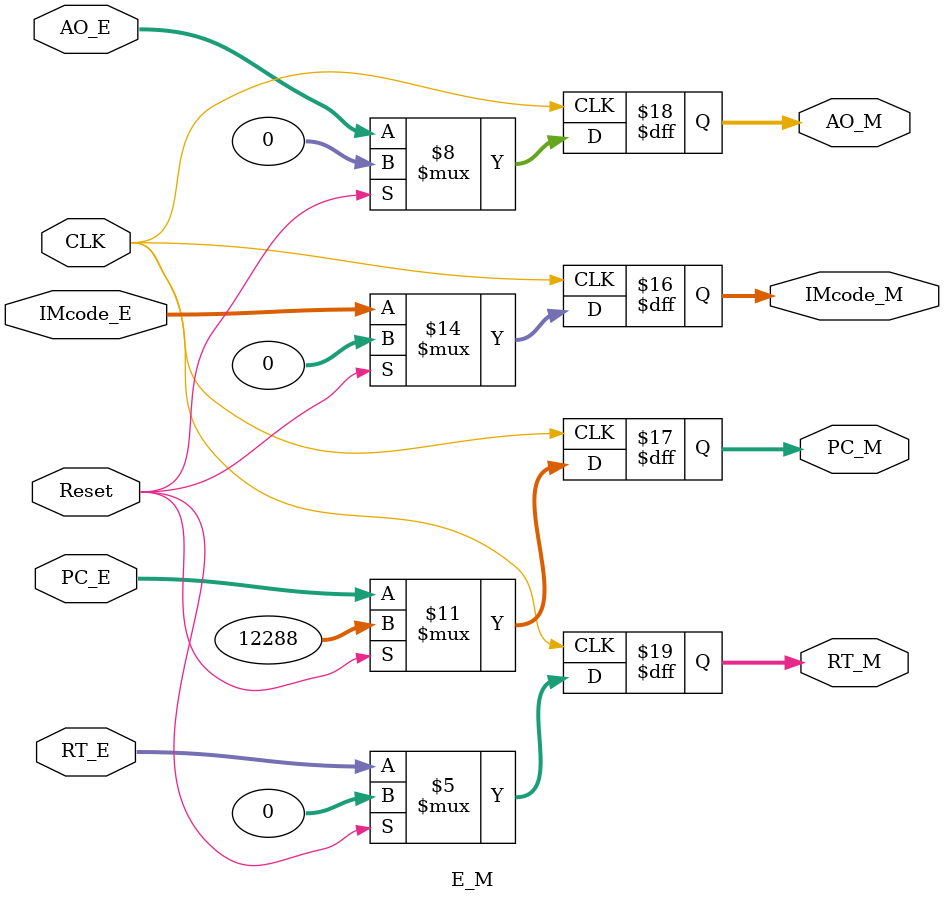
<source format=v>
`timescale 1ns / 1ps
module E_M(
    input [31:0] IMcode_E,
    input [31:0] PC_E,
    input [31:0] AO_E,
    input [31:0] RT_E,
	 input CLK,
	 input Reset,
    output reg [31:0] IMcode_M,
    output reg [31:0] PC_M,
    output reg [31:0] AO_M,
    output reg [31:0] RT_M
    );
	 initial begin
		 IMcode_M = 0;
		 PC_M = 32'h3000;
		 AO_M = 0;
		 RT_M = 0;
	 end
	 
	 always @(posedge CLK)begin
		 if(Reset==1)begin
			 IMcode_M = 0;
			 PC_M = 32'h3000;
			 AO_M = 0;
			 RT_M = 0;
		 end
		 else begin
			 IMcode_M = IMcode_E;
			 PC_M = PC_E;
			 AO_M = AO_E;
			 RT_M = RT_E;
		 end
	 end


endmodule

</source>
